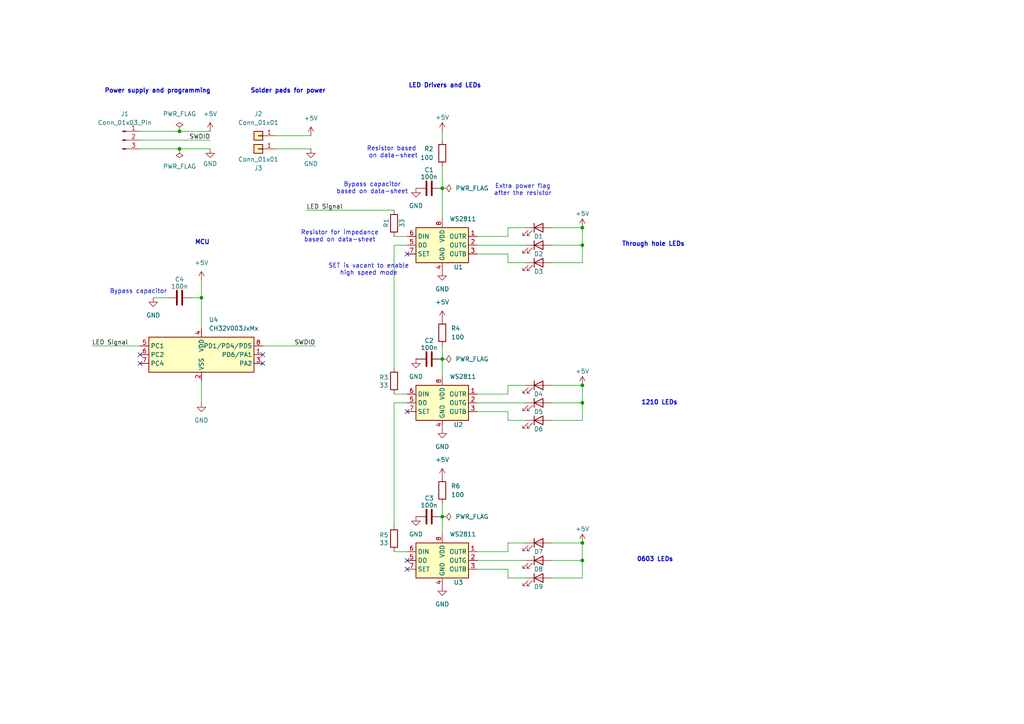
<source format=kicad_sch>
(kicad_sch (version 20250114) (generator "eeschema") (generator_version "9.0")
  (paper "A4")
  (lib_symbols
    (symbol "Connector:Conn_01x03_Pin" (pin_names (offset 1.016) (hide yes))
      (property "Reference" "J" (at 0 5.08 0))
      (property "Value" "Conn_01x03_Pin" (at 0 -5.08 0))
      (symbol "Conn_01x03_Pin_1_1"
        (rectangle (start 0.8636 2.667) (end 0 2.413) (stroke (width 0.1524)) (fill (type outline)))
        (rectangle (start 0.8636 0.127) (end 0 -0.127) (stroke (width 0.1524)) (fill (type outline)))
        (rectangle (start 0.8636 -2.413) (end 0 -2.667) (stroke (width 0.1524)) (fill (type outline)))
        (polyline (pts (xy 1.27 2.54) (xy 0.8636 2.54)) (stroke (width 0.1524)))
        (polyline (pts (xy 1.27 0) (xy 0.8636 0)) (stroke (width 0.1524)))
        (polyline (pts (xy 1.27 -2.54) (xy 0.8636 -2.54)) (stroke (width 0.1524)))
        (pin passive line (at 5.08 2.54 180) (length 3.81) (name "Pin_1") (number "1"))
        (pin passive line (at 5.08 0 180) (length 3.81) (name "Pin_2") (number "2"))
        (pin passive line (at 5.08 -2.54 180) (length 3.81) (name "Pin_3") (number "3"))
      )
    )
    (symbol "Connector_Generic:Conn_01x01" (pin_names (offset 1.016) (hide yes))
      (property "Reference" "J" (at 0 2.54 0))
      (property "Value" "Conn_01x01" (at 0 -2.54 0))
      (symbol "Conn_01x01_1_1"
        (rectangle (start -1.27 1.27) (end 1.27 -1.27) (stroke (width 0.254)) (fill (type background)))
        (rectangle (start -1.27 0.127) (end 0 -0.127) (stroke (width 0.1524)))
        (pin passive line (at -5.08 0 0) (length 3.81) (name "Pin_1") (number "1"))
      )
    )
    (symbol "Device:C" (pin_numbers (hide yes)) (pin_names (offset 0.254))
      (property "Reference" "C" (at 0.635 2.54 0))
      (property "Value" "C" (at 0.635 -2.54 0))
      (symbol "C_0_1"
        (polyline (pts (xy -2.032 0.762) (xy 2.032 0.762)) (stroke (width 0.508)))
        (polyline (pts (xy -2.032 -0.762) (xy 2.032 -0.762)) (stroke (width 0.508)))
      )
      (symbol "C_1_1"
        (pin passive line (at 0 3.81 270) (length 2.794) (name "~") (number "1"))
        (pin passive line (at 0 -3.81 90) (length 2.794) (name "~") (number "2"))
      )
    )
    (symbol "Device:LED" (pin_numbers (hide yes)) (pin_names (offset 1.016) (hide yes))
      (property "Reference" "D" (at 0 2.54 0))
      (property "Value" "LED" (at 0 -2.54 0))
      (symbol "LED_0_1"
        (polyline (pts (xy -3.048 -0.762) (xy -4.572 -2.286) (xy -3.81 -2.286) (xy -4.572 -2.286) (xy -4.572 -1.524)))
        (polyline (pts (xy -1.778 -0.762) (xy -3.302 -2.286) (xy -2.54 -2.286) (xy -3.302 -2.286) (xy -3.302 -1.524)))
        (polyline (pts (xy -1.27 0) (xy 1.27 0)))
        (polyline (pts (xy -1.27 -1.27) (xy -1.27 1.27)) (stroke (width 0.254)))
        (polyline (pts (xy 1.27 -1.27) (xy 1.27 1.27) (xy -1.27 0) (xy 1.27 -1.27)) (stroke (width 0.254)))
      )
      (symbol "LED_1_1"
        (pin passive line (at -3.81 0 0) (length 2.54) (name "K") (number "1"))
        (pin passive line (at 3.81 0 180) (length 2.54) (name "A") (number "2"))
      )
    )
    (symbol "Device:R" (pin_numbers (hide yes)) (pin_names (offset 0))
      (property "Reference" "R" (at 2.032 0 90))
      (property "Value" "R" (at 0 0 90))
      (symbol "R_0_1"
        (rectangle (start -1.016 -2.54) (end 1.016 2.54) (stroke (width 0.254)))
      )
      (symbol "R_1_1"
        (pin passive line (at 0 3.81 270) (length 1.27) (name "~") (number "1"))
        (pin passive line (at 0 -3.81 90) (length 1.27) (name "~") (number "2"))
      )
    )
    (symbol "Driver_LED:WS2811"
      (property "Reference" "U" (at -6.35 6.35 0))
      (property "Value" "WS2811" (at 5.08 6.35 0))
      (symbol "WS2811_0_1"
        (rectangle (start -7.62 5.08) (end 7.62 -5.08) (stroke (width 0.254)) (fill (type background)))
      )
      (symbol "WS2811_1_1"
        (pin input line (at -10.16 2.54 0) (length 2.54) (name "DIN") (number "6"))
        (pin output line (at -10.16 0 0) (length 2.54) (name "DO") (number "5"))
        (pin input line (at -10.16 -2.54 0) (length 2.54) (name "SET") (number "7"))
        (pin power_in line (at 0 7.62 270) (length 2.54) (name "VDD") (number "8"))
        (pin power_in line (at 0 -7.62 90) (length 2.54) (name "GND") (number "4"))
        (pin output line (at 10.16 2.54 180) (length 2.54) (name "OUTR") (number "1"))
        (pin output line (at 10.16 0 180) (length 2.54) (name "OUTG") (number "2"))
        (pin output line (at 10.16 -2.54 180) (length 2.54) (name "OUTB") (number "3"))
      )
    )
    (symbol "MCU_WCH_RiscV:CH32V003JxMx"
      (property "Reference" "U" (at -15.24 7.62 0))
      (property "Value" "CH32V003JxMx" (at 15.24 7.62 0))
      (symbol "CH32V003JxMx_1_1"
        (rectangle (start -15.24 5.08) (end 15.24 -5.08) (stroke (width 0.254)) (fill (type background)))
        (pin bidirectional line (at -17.78 2.54 0) (length 2.54) (name "PC1") (number "5"))
        (pin bidirectional line (at -17.78 0 0) (length 2.54) (name "PC2") (number "6"))
        (pin bidirectional line (at -17.78 -2.54 0) (length 2.54) (name "PC4") (number "7"))
        (pin power_in line (at 0 7.62 270) (length 2.54) (name "VDD") (number "4"))
        (pin power_in line (at 0 -7.62 90) (length 2.54) (name "VSS") (number "2"))
        (pin bidirectional line (at 17.78 2.54 180) (length 2.54) (name "PD1/PD4/PD5") (number "8"))
        (pin bidirectional line (at 17.78 0 180) (length 2.54) (name "PD6/PA1") (number "1"))
        (pin bidirectional line (at 17.78 -2.54 180) (length 2.54) (name "PA2") (number "3"))
      )
    )
    (symbol "power:+5V" (power) (pin_numbers (hide yes)) (pin_names (offset 0) (hide yes))
      (property "Value" "+5V" (at 0 3.556 0))
      (symbol "+5V_0_1"
        (polyline (pts (xy -0.762 1.27) (xy 0 2.54)))
        (polyline (pts (xy 0 2.54) (xy 0.762 1.27)))
        (polyline (pts (xy 0 0) (xy 0 2.54)))
      )
      (symbol "+5V_1_1"
        (pin power_in line (at 0 0 90) (length 0) (name "~") (number "1"))
      )
    )
    (symbol "power:GND" (power) (pin_numbers (hide yes)) (pin_names (offset 0) (hide yes))
      (property "Value" "GND" (at 0 -3.81 0))
      (symbol "GND_0_1"
        (polyline (pts (xy 0 0) (xy 0 -1.27) (xy 1.27 -1.27) (xy 0 -2.54) (xy -1.27 -1.27) (xy 0 -1.27)))
      )
      (symbol "GND_1_1"
        (pin power_in line (at 0 0 270) (length 0) (name "~") (number "1"))
      )
    )
    (symbol "power:PWR_FLAG" (power) (pin_numbers (hide yes)) (pin_names (offset 0) (hide yes))
      (property "Value" "PWR_FLAG" (at 0 3.81 0))
      (symbol "PWR_FLAG_0_0"
        (pin power_out line (at 0 0 90) (length 0) (name "~") (number "1"))
      )
      (symbol "PWR_FLAG_0_1"
        (polyline (pts (xy 0 0) (xy 0 1.27) (xy -1.016 1.905) (xy 0 2.54) (xy 1.016 1.905) (xy 0 1.27)))
      )
    )
  )
  (text "Bypass capacitor\nbased on data-sheet" (at 107.95 54.61 0) (effects (font (size 1.27 1.27))))
  (text "Resistor based \non data-sheet" (at 114.046 44.196 0) (effects (font (size 1.27 1.27))))
  (text "SET is vacant to enable\nhigh speed mode" (at 106.934 78.232 0) (effects (font (size 1.27 1.27))))
  (text "Bypass capacitor" (at 40.132 84.582 0) (effects (font (size 1.27 1.27))))
  (text "Through hole LEDs" (at 189.484 70.866 0) (effects (font (size 1.27 1.27) (thickness 0.254) (bold yes))))
  (text "MCU" (at 58.674 70.358 0) (effects (font (size 1.27 1.27) (thickness 0.254) (bold yes))))
  (text "Resistor for impedance\nbased on data-sheet" (at 98.552 68.58 0) (effects (font (size 1.27 1.27))))
  (text "Extra power flag\nafter the resistor" (at 151.638 55.118 0) (effects (font (size 1.27 1.27))))
  (text "LED Drivers and LEDs" (at 129.032 24.892 0) (effects (font (size 1.27 1.27) (thickness 0.254) (bold yes))))
  (text "Power supply and programming" (at 45.72 26.416 0) (effects (font (size 1.27 1.27) (thickness 0.254) (bold yes))))
  (text "Solder pads for power" (at 83.566 26.416 0) (effects (font (size 1.27 1.27) (thickness 0.254) (bold yes))))
  (text "1210 LEDs" (at 191.262 116.84 0) (effects (font (size 1.27 1.27) (thickness 0.254) (bold yes))))
  (text "0603 LEDs" (at 189.992 162.306 0) (effects (font (size 1.27 1.27) (thickness 0.254) (bold yes))))
  (junction (at 168.91 162.56))
  (junction (at 168.91 66.04))
  (junction (at 168.91 71.12))
  (junction (at 52.07 38.1))
  (junction (at 128.27 54.61))
  (junction (at 168.91 111.76))
  (junction (at 52.07 43.18))
  (junction (at 168.91 157.48))
  (junction (at 128.27 104.14))
  (junction (at 58.42 86.36))
  (junction (at 168.91 116.84))
  (junction (at 128.27 149.86))
  (no_connect (at 118.11 165.1))
  (no_connect (at 118.11 119.38))
  (no_connect (at 40.64 105.41))
  (no_connect (at 118.11 162.56))
  (no_connect (at 118.11 73.66))
  (no_connect (at 76.2 102.87))
  (no_connect (at 40.64 102.87))
  (no_connect (at 76.2 105.41))
  (wire (pts (xy 40.64 43.18) (xy 52.07 43.18)))
  (wire (pts (xy 114.3 160.02) (xy 118.11 160.02)))
  (wire (pts (xy 128.27 38.1) (xy 128.27 40.64)))
  (wire (pts (xy 58.42 81.28) (xy 58.42 86.36)))
  (wire (pts (xy 147.32 66.04) (xy 152.4 66.04)))
  (wire (pts (xy 147.32 121.92) (xy 147.32 119.38)))
  (wire (pts (xy 58.42 86.36) (xy 58.42 95.25)))
  (wire (pts (xy 160.02 121.92) (xy 168.91 121.92)))
  (wire (pts (xy 52.07 43.18) (xy 60.96 43.18)))
  (wire (pts (xy 160.02 66.04) (xy 168.91 66.04)))
  (wire (pts (xy 114.3 71.12) (xy 114.3 106.68)))
  (wire (pts (xy 168.91 66.04) (xy 168.91 71.12)))
  (wire (pts (xy 40.64 40.64) (xy 60.96 40.64)))
  (wire (pts (xy 52.07 38.1) (xy 60.96 38.1)))
  (wire (pts (xy 128.27 149.86) (xy 128.27 154.94)))
  (wire (pts (xy 80.01 39.37) (xy 90.17 39.37)))
  (wire (pts (xy 138.43 162.56) (xy 152.4 162.56)))
  (wire (pts (xy 44.45 86.36) (xy 48.26 86.36)))
  (wire (pts (xy 118.11 116.84) (xy 114.3 116.84)))
  (wire (pts (xy 168.91 157.48) (xy 168.91 162.56)))
  (wire (pts (xy 147.32 111.76) (xy 147.32 114.3)))
  (wire (pts (xy 147.32 167.64) (xy 152.4 167.64)))
  (wire (pts (xy 147.32 68.58) (xy 147.32 66.04)))
  (wire (pts (xy 160.02 116.84) (xy 168.91 116.84)))
  (wire (pts (xy 128.27 146.05) (xy 128.27 149.86)))
  (wire (pts (xy 160.02 167.64) (xy 168.91 167.64)))
  (wire (pts (xy 147.32 157.48) (xy 147.32 160.02)))
  (wire (pts (xy 138.43 165.1) (xy 147.32 165.1)))
  (wire (pts (xy 160.02 71.12) (xy 168.91 71.12)))
  (wire (pts (xy 138.43 160.02) (xy 147.32 160.02)))
  (wire (pts (xy 138.43 68.58) (xy 147.32 68.58)))
  (wire (pts (xy 58.42 110.49) (xy 58.42 116.84)))
  (wire (pts (xy 138.43 114.3) (xy 147.32 114.3)))
  (wire (pts (xy 147.32 157.48) (xy 152.4 157.48)))
  (wire (pts (xy 138.43 73.66) (xy 147.32 73.66)))
  (wire (pts (xy 168.91 111.76) (xy 168.91 116.84)))
  (wire (pts (xy 147.32 111.76) (xy 152.4 111.76)))
  (wire (pts (xy 128.27 54.61) (xy 128.27 63.5)))
  (wire (pts (xy 114.3 68.58) (xy 118.11 68.58)))
  (wire (pts (xy 168.91 71.12) (xy 168.91 76.2)))
  (wire (pts (xy 147.32 76.2) (xy 152.4 76.2)))
  (wire (pts (xy 168.91 162.56) (xy 168.91 167.64)))
  (wire (pts (xy 118.11 71.12) (xy 114.3 71.12)))
  (wire (pts (xy 160.02 157.48) (xy 168.91 157.48)))
  (wire (pts (xy 147.32 121.92) (xy 152.4 121.92)))
  (wire (pts (xy 76.2 100.33) (xy 91.44 100.33)))
  (wire (pts (xy 114.3 116.84) (xy 114.3 152.4)))
  (wire (pts (xy 55.88 86.36) (xy 58.42 86.36)))
  (wire (pts (xy 147.32 167.64) (xy 147.32 165.1)))
  (wire (pts (xy 114.3 114.3) (xy 118.11 114.3)))
  (wire (pts (xy 168.91 116.84) (xy 168.91 121.92)))
  (wire (pts (xy 80.01 43.18) (xy 90.17 43.18)))
  (wire (pts (xy 40.64 38.1) (xy 52.07 38.1)))
  (wire (pts (xy 138.43 71.12) (xy 152.4 71.12)))
  (wire (pts (xy 128.27 48.26) (xy 128.27 54.61)))
  (wire (pts (xy 160.02 76.2) (xy 168.91 76.2)))
  (wire (pts (xy 147.32 73.66) (xy 147.32 76.2)))
  (wire (pts (xy 26.67 100.33) (xy 40.64 100.33)))
  (wire (pts (xy 128.27 100.33) (xy 128.27 104.14)))
  (wire (pts (xy 160.02 111.76) (xy 168.91 111.76)))
  (wire (pts (xy 128.27 104.14) (xy 128.27 109.22)))
  (wire (pts (xy 160.02 162.56) (xy 168.91 162.56)))
  (wire (pts (xy 88.9 60.96) (xy 114.3 60.96)))
  (wire (pts (xy 138.43 116.84) (xy 152.4 116.84)))
  (wire (pts (xy 138.43 119.38) (xy 147.32 119.38)))
  (label "LED Signal" (at 88.9 60.96 0))
  (label "LED Signal" (at 26.67 100.33 0))
  (label "SWDIO" (at 60.96 40.64 180))
  (label "SWDIO" (at 91.44 100.33 180))
  (symbol (lib_id "Device:LED") (at 156.21 157.48 0) (unit 1)
    (property "Reference" "D7" (at 156.21 160.02 0))
    (property "Value" "LED" (effects (hide yes)))
    (property "Footprint" "LED_SMD:LED_0603_1608Metric_Pad1.05x0.95mm_HandSolder" (effects (hide yes)))
    (property "Description" "Light emitting diode" (effects (hide yes)))
    (property "Sim.Pins" "1=K 2=A" (effects (hide yes)))
  )
  (symbol (lib_id "MCU_WCH_RiscV:CH32V003JxMx") (at 58.42 102.87 0) (unit 1)
    (property "Reference" "U4" (at 60.5633 92.71 0) (effects (justify left)))
    (property "Value" "CH32V003JxMx" (at 60.5633 95.25 0) (effects (justify left)))
    (property "Footprint" "Package_SO:JEITA_SOIC-8_3.9x4.9mm_P1.27mm" (effects (hide yes)))
    (property "Datasheet" "https://www.wch-ic.com/products/CH32V003.html" (effects (hide yes)))
    (property "Description" "CH32V003 series are industrial-grade general-purpose microcontrollers designed based on 32-bit RISC-V instruction set and architecture. It adopts QingKe V2A core, RV32EC instruction set, and supports 2 levels of interrupt nesting. The series are mounted with rich peripheral interfaces and function modules. Its internal organizational structure meets the low-cost and low-power embedded application scenarios. JEITA SOIC-8 (SOP-8)" (effects (hide yes)))
  )
  (symbol (lib_id "Device:LED") (at 156.21 116.84 0) (unit 1)
    (property "Reference" "D5" (at 156.21 119.38 0))
    (property "Value" "LED" (effects (hide yes)))
    (property "Footprint" "LED_SMD:LED_1210_3225Metric_Pad1.42x2.65mm_HandSolder" (effects (hide yes)))
    (property "Description" "Light emitting diode" (effects (hide yes)))
    (property "Sim.Pins" "1=K 2=A" (effects (hide yes)))
  )
  (symbol (lib_id "power:GND") (at 120.65 149.86 0) (unit 1)
    (property "Reference" "#PWR05" (effects (hide yes)))
    (property "Value" "GND" (at 120.65 154.94 0))
    (property "Description" "Power symbol creates a global label with name \"GND\" , ground" (effects (hide yes)))
  )
  (symbol (lib_id "power:GND") (at 128.27 124.46 0) (unit 1)
    (property "Reference" "#PWR02" (effects (hide yes)))
    (property "Value" "GND" (at 128.27 129.54 0))
    (property "Description" "Power symbol creates a global label with name \"GND\" , ground" (effects (hide yes)))
  )
  (symbol (lib_id "Device:LED") (at 156.21 66.04 0) (unit 1)
    (property "Reference" "D1" (at 156.21 68.58 0))
    (property "Value" "LED" (effects (hide yes)))
    (property "Footprint" "LED_THT:LED_D5.0mm" (effects (hide yes)))
    (property "Description" "Light emitting diode" (effects (hide yes)))
    (property "Sim.Pins" "1=K 2=A" (effects (hide yes)))
  )
  (symbol (lib_id "Device:LED") (at 156.21 71.12 0) (unit 1)
    (property "Reference" "D2" (at 156.21 73.66 0))
    (property "Value" "LED" (effects (hide yes)))
    (property "Footprint" "LED_THT:LED_D5.0mm" (effects (hide yes)))
    (property "Description" "Light emitting diode" (effects (hide yes)))
    (property "Sim.Pins" "1=K 2=A" (effects (hide yes)))
  )
  (symbol (lib_id "Device:C") (at 124.46 54.61 90) (unit 1)
    (property "Reference" "C1" (at 124.46 49.276 90))
    (property "Value" "100n" (at 124.46 51.308 90))
    (property "Footprint" "Capacitor_SMD:C_1206_3216Metric_Pad1.33x1.80mm_HandSolder" (effects (hide yes)))
    (property "Description" "Unpolarized capacitor" (effects (hide yes)))
  )
  (symbol (lib_id "power:+5V") (at 60.96 38.1 0) (unit 1)
    (property "Reference" "#PWR016" (effects (hide yes)))
    (property "Value" "+5V" (at 60.96 33.02 0))
    (property "Description" "Power symbol creates a global label with name \"+5V\"" (effects (hide yes)))
  )
  (symbol (lib_id "power:PWR_FLAG") (at 128.27 54.61 270) (unit 1)
    (property "Reference" "#FLG03" (effects (hide yes)))
    (property "Value" "PWR_FLAG" (at 132.08 54.6099 90) (effects (justify left)))
    (property "Description" "Special symbol for telling ERC where power comes from" (effects (hide yes)))
  )
  (symbol (lib_id "Driver_LED:WS2811") (at 128.27 162.56 0) (unit 1)
    (property "Reference" "U3" (at 131.572 168.91 0) (effects (justify left)))
    (property "Value" "WS2811" (at 130.4133 154.94 0) (effects (justify left)))
    (property "Footprint" "Package_SO:SOIC-8_3.9x4.9mm_P1.27mm" (effects (hide yes)))
    (property "Datasheet" "https://cdn-shop.adafruit.com/datasheets/WS2811.pdf" (effects (hide yes)))
    (property "Description" "3-Channel 8-Bit PWM LED Driver, DIP-8/SOIC-8" (effects (hide yes)))
  )
  (symbol (lib_id "Connector_Generic:Conn_01x01") (at 74.93 43.18 180) (unit 1) (in_bom no)
    (property "Reference" "J3" (at 74.93 48.768 0))
    (property "Value" "Conn_01x01" (at 74.93 46.228 0))
    (property "Footprint" "TestPoint:TestPoint_Pad_2.5x2.5mm" (effects (hide yes)))
    (property "Description" "Generic connector, single row, 01x01, script generated (kicad-library-utils/schlib/autogen/connector/)" (effects (hide yes)))
  )
  (symbol (lib_id "power:+5V") (at 58.42 81.28 0) (unit 1)
    (property "Reference" "#PWR07" (effects (hide yes)))
    (property "Value" "+5V" (at 58.42 76.2 0))
    (property "Description" "Power symbol creates a global label with name \"+5V\"" (effects (hide yes)))
  )
  (symbol (lib_id "Device:R") (at 128.27 142.24 0) (unit 1)
    (property "Reference" "R6" (at 130.81 140.9699 0) (effects (justify left)))
    (property "Value" "100" (at 130.81 143.5099 0) (effects (justify left)))
    (property "Footprint" "Resistor_SMD:R_1206_3216Metric_Pad1.30x1.75mm_HandSolder" (effects (hide yes)))
    (property "Description" "Resistor" (effects (hide yes)))
  )
  (symbol (lib_id "power:GND") (at 128.27 170.18 0) (unit 1)
    (property "Reference" "#PWR014" (effects (hide yes)))
    (property "Value" "GND" (at 128.27 175.26 0))
    (property "Description" "Power symbol creates a global label with name \"GND\" , ground" (effects (hide yes)))
  )
  (symbol (lib_id "power:GND") (at 60.96 43.18 0) (unit 1)
    (property "Reference" "#PWR017" (effects (hide yes)))
    (property "Value" "GND" (at 60.96 47.498 0))
    (property "Description" "Power symbol creates a global label with name \"GND\" , ground" (effects (hide yes)))
  )
  (symbol (lib_id "Device:LED") (at 156.21 76.2 0) (unit 1)
    (property "Reference" "D3" (at 156.21 78.74 0))
    (property "Value" "LED" (effects (hide yes)))
    (property "Footprint" "LED_THT:LED_D5.0mm" (effects (hide yes)))
    (property "Description" "Light emitting diode" (effects (hide yes)))
    (property "Sim.Pins" "1=K 2=A" (effects (hide yes)))
  )
  (symbol (lib_id "power:+5V") (at 128.27 92.71 0) (unit 1)
    (property "Reference" "#PWR06" (effects (hide yes)))
    (property "Value" "+5V" (at 128.27 87.63 0))
    (property "Description" "Power symbol creates a global label with name \"+5V\"" (effects (hide yes)))
  )
  (symbol (lib_id "Device:LED") (at 156.21 111.76 0) (unit 1)
    (property "Reference" "D4" (at 156.21 114.3 0))
    (property "Value" "LED" (effects (hide yes)))
    (property "Footprint" "LED_SMD:LED_1210_3225Metric_Pad1.42x2.65mm_HandSolder" (effects (hide yes)))
    (property "Description" "Light emitting diode" (effects (hide yes)))
    (property "Sim.Pins" "1=K 2=A" (effects (hide yes)))
  )
  (symbol (lib_id "Driver_LED:WS2811") (at 128.27 71.12 0) (unit 1)
    (property "Reference" "U1" (at 131.572 77.47 0) (effects (justify left)))
    (property "Value" "WS2811" (at 130.4133 63.5 0) (effects (justify left)))
    (property "Footprint" "Package_SO:SOIC-8_3.9x4.9mm_P1.27mm" (effects (hide yes)))
    (property "Datasheet" "https://cdn-shop.adafruit.com/datasheets/WS2811.pdf" (effects (hide yes)))
    (property "Description" "3-Channel 8-Bit PWM LED Driver, DIP-8/SOIC-8" (effects (hide yes)))
  )
  (symbol (lib_id "power:GND") (at 58.42 116.84 0) (unit 1)
    (property "Reference" "#PWR08" (effects (hide yes)))
    (property "Value" "GND" (at 58.42 121.92 0))
    (property "Description" "Power symbol creates a global label with name \"GND\" , ground" (effects (hide yes)))
  )
  (symbol (lib_id "Device:C") (at 124.46 149.86 90) (unit 1)
    (property "Reference" "C3" (at 124.46 144.526 90))
    (property "Value" "100n" (at 124.46 146.558 90))
    (property "Footprint" "Capacitor_SMD:C_1206_3216Metric_Pad1.33x1.80mm_HandSolder" (effects (hide yes)))
    (property "Description" "Unpolarized capacitor" (effects (hide yes)))
  )
  (symbol (lib_id "power:+5V") (at 128.27 38.1 0) (unit 1)
    (property "Reference" "#PWR012" (effects (hide yes)))
    (property "Value" "+5V" (at 128.27 34.036 0))
    (property "Description" "Power symbol creates a global label with name \"+5V\"" (effects (hide yes)))
  )
  (symbol (lib_id "Device:C") (at 52.07 86.36 90) (unit 1)
    (property "Reference" "C4" (at 52.07 81.026 90))
    (property "Value" "100n" (at 52.07 83.058 90))
    (property "Footprint" "Capacitor_SMD:C_1206_3216Metric_Pad1.33x1.80mm_HandSolder" (effects (hide yes)))
    (property "Description" "Unpolarized capacitor" (effects (hide yes)))
  )
  (symbol (lib_id "power:GND") (at 120.65 54.61 0) (unit 1)
    (property "Reference" "#PWR011" (effects (hide yes)))
    (property "Value" "GND" (at 120.65 59.69 0))
    (property "Description" "Power symbol creates a global label with name \"GND\" , ground" (effects (hide yes)))
  )
  (symbol (lib_id "Connector:Conn_01x03_Pin") (at 35.56 40.64 0) (unit 1)
    (property "Reference" "J1" (at 36.195 33.02 0))
    (property "Value" "Conn_01x03_Pin" (at 36.195 35.56 0))
    (property "Footprint" "Connector_PinHeader_2.54mm:PinHeader_1x03_P2.54mm_Vertical_SMD_Pin1Left" (effects (hide yes)))
    (property "Description" "Generic connector, single row, 01x03, script generated" (effects (hide yes)))
  )
  (symbol (lib_id "power:+5V") (at 168.91 157.48 0) (unit 1)
    (property "Reference" "#PWR015" (effects (hide yes)))
    (property "Value" "+5V" (at 168.91 153.416 0))
    (property "Description" "Power symbol creates a global label with name \"+5V\"" (effects (hide yes)))
  )
  (symbol (lib_id "power:PWR_FLAG") (at 128.27 149.86 270) (unit 1)
    (property "Reference" "#FLG01" (effects (hide yes)))
    (property "Value" "PWR_FLAG" (at 132.08 149.8599 90) (effects (justify left)))
    (property "Description" "Special symbol for telling ERC where power comes from" (effects (hide yes)))
  )
  (symbol (lib_id "Device:R") (at 114.3 110.49 0) (unit 1)
    (property "Reference" "R3" (at 109.982 109.474 0) (effects (justify left)))
    (property "Value" "33" (at 109.982 111.76 0) (effects (justify left)))
    (property "Footprint" "Resistor_SMD:R_1206_3216Metric_Pad1.30x1.75mm_HandSolder" (effects (hide yes)))
    (property "Description" "Resistor" (effects (hide yes)))
  )
  (symbol (lib_id "Device:R") (at 128.27 44.45 0) (mirror y) (unit 1)
    (property "Reference" "R2" (at 125.73 43.1799 0) (effects (justify left)))
    (property "Value" "100" (at 125.73 45.7199 0) (effects (justify left)))
    (property "Footprint" "Resistor_SMD:R_1206_3216Metric_Pad1.30x1.75mm_HandSolder" (effects (hide yes)))
    (property "Description" "Resistor" (effects (hide yes)))
  )
  (symbol (lib_id "Device:LED") (at 156.21 167.64 0) (unit 1)
    (property "Reference" "D9" (at 156.21 170.18 0))
    (property "Value" "LED" (effects (hide yes)))
    (property "Footprint" "LED_SMD:LED_0603_1608Metric_Pad1.05x0.95mm_HandSolder" (effects (hide yes)))
    (property "Description" "Light emitting diode" (effects (hide yes)))
    (property "Sim.Pins" "1=K 2=A" (effects (hide yes)))
  )
  (symbol (lib_id "power:PWR_FLAG") (at 52.07 43.18 180) (unit 1)
    (property "Reference" "#FLG06" (effects (hide yes)))
    (property "Value" "PWR_FLAG" (at 52.07 48.26 0))
    (property "Description" "Special symbol for telling ERC where power comes from" (effects (hide yes)))
  )
  (symbol (lib_id "power:+5V") (at 128.27 138.43 0) (unit 1)
    (property "Reference" "#PWR013" (effects (hide yes)))
    (property "Value" "+5V" (at 128.27 133.35 0))
    (property "Description" "Power symbol creates a global label with name \"+5V\"" (effects (hide yes)))
  )
  (symbol (lib_id "Device:C") (at 124.46 104.14 90) (unit 1)
    (property "Reference" "C2" (at 124.46 98.806 90))
    (property "Value" "100n" (at 124.46 100.838 90))
    (property "Footprint" "Capacitor_SMD:C_1206_3216Metric_Pad1.33x1.80mm_HandSolder" (effects (hide yes)))
    (property "Description" "Unpolarized capacitor" (effects (hide yes)))
  )
  (symbol (lib_id "power:GND") (at 128.27 78.74 0) (unit 1)
    (property "Reference" "#PWR01" (effects (hide yes)))
    (property "Value" "GND" (at 128.27 83.82 0))
    (property "Description" "Power symbol creates a global label with name \"GND\" , ground" (effects (hide yes)))
  )
  (symbol (lib_id "Device:LED") (at 156.21 162.56 0) (unit 1)
    (property "Reference" "D8" (at 156.21 165.1 0))
    (property "Value" "LED" (effects (hide yes)))
    (property "Footprint" "LED_SMD:LED_0603_1608Metric_Pad1.05x0.95mm_HandSolder" (effects (hide yes)))
    (property "Description" "Light emitting diode" (effects (hide yes)))
    (property "Sim.Pins" "1=K 2=A" (effects (hide yes)))
  )
  (symbol (lib_id "Device:R") (at 128.27 96.52 0) (unit 1)
    (property "Reference" "R4" (at 130.81 95.2499 0) (effects (justify left)))
    (property "Value" "100" (at 130.81 97.7899 0) (effects (justify left)))
    (property "Footprint" "Resistor_SMD:R_1206_3216Metric_Pad1.30x1.75mm_HandSolder" (effects (hide yes)))
    (property "Description" "Resistor" (effects (hide yes)))
  )
  (symbol (lib_id "power:GND") (at 44.45 86.36 0) (unit 1)
    (property "Reference" "#PWR09" (effects (hide yes)))
    (property "Value" "GND" (at 44.45 91.44 0))
    (property "Description" "Power symbol creates a global label with name \"GND\" , ground" (effects (hide yes)))
  )
  (symbol (lib_id "Device:LED") (at 156.21 121.92 0) (unit 1)
    (property "Reference" "D6" (at 156.21 124.46 0))
    (property "Value" "LED" (effects (hide yes)))
    (property "Footprint" "LED_SMD:LED_1210_3225Metric_Pad1.42x2.65mm_HandSolder" (effects (hide yes)))
    (property "Description" "Light emitting diode" (effects (hide yes)))
    (property "Sim.Pins" "1=K 2=A" (effects (hide yes)))
  )
  (symbol (lib_id "Driver_LED:WS2811") (at 128.27 116.84 0) (unit 1)
    (property "Reference" "U2" (at 131.572 123.19 0) (effects (justify left)))
    (property "Value" "WS2811" (at 130.4133 109.22 0) (effects (justify left)))
    (property "Footprint" "Package_SO:SOIC-8_3.9x4.9mm_P1.27mm" (effects (hide yes)))
    (property "Datasheet" "https://cdn-shop.adafruit.com/datasheets/WS2811.pdf" (effects (hide yes)))
    (property "Description" "3-Channel 8-Bit PWM LED Driver, DIP-8/SOIC-8" (effects (hide yes)))
  )
  (symbol (lib_id "power:+5V") (at 168.91 111.76 0) (unit 1)
    (property "Reference" "#PWR03" (effects (hide yes)))
    (property "Value" "+5V" (at 168.91 107.696 0))
    (property "Description" "Power symbol creates a global label with name \"+5V\"" (effects (hide yes)))
  )
  (symbol (lib_id "Device:R") (at 114.3 156.21 0) (unit 1)
    (property "Reference" "R5" (at 109.982 155.194 0) (effects (justify left)))
    (property "Value" "33" (at 109.982 157.48 0) (effects (justify left)))
    (property "Footprint" "Resistor_SMD:R_1206_3216Metric_Pad1.30x1.75mm_HandSolder" (effects (hide yes)))
    (property "Description" "Resistor" (effects (hide yes)))
  )
  (symbol (lib_id "power:GND") (at 90.17 43.18 0) (unit 1)
    (property "Reference" "#PWR018" (effects (hide yes)))
    (property "Value" "GND" (at 90.17 47.498 0))
    (property "Description" "Power symbol creates a global label with name \"GND\" , ground" (effects (hide yes)))
  )
  (symbol (lib_id "power:GND") (at 120.65 104.14 0) (unit 1)
    (property "Reference" "#PWR010" (effects (hide yes)))
    (property "Value" "GND" (at 120.65 109.22 0))
    (property "Description" "Power symbol creates a global label with name \"GND\" , ground" (effects (hide yes)))
  )
  (symbol (lib_id "power:+5V") (at 168.91 66.04 0) (unit 1)
    (property "Reference" "#PWR04" (effects (hide yes)))
    (property "Value" "+5V" (at 168.91 61.976 0))
    (property "Description" "Power symbol creates a global label with name \"+5V\"" (effects (hide yes)))
  )
  (symbol (lib_id "Device:R") (at 114.3 64.77 0) (unit 1)
    (property "Reference" "R1" (at 112.014 66.04 90) (effects (justify left)))
    (property "Value" "33" (at 116.586 66.04 90) (effects (justify left)))
    (property "Footprint" "Resistor_SMD:R_1206_3216Metric_Pad1.30x1.75mm_HandSolder" (effects (hide yes)))
    (property "Description" "Resistor" (effects (hide yes)))
  )
  (symbol (lib_id "power:PWR_FLAG") (at 128.27 104.14 270) (unit 1)
    (property "Reference" "#FLG04" (effects (hide yes)))
    (property "Value" "PWR_FLAG" (at 132.08 104.1399 90) (effects (justify left)))
    (property "Description" "Special symbol for telling ERC where power comes from" (effects (hide yes)))
  )
  (symbol (lib_id "Connector_Generic:Conn_01x01") (at 74.93 39.37 180) (unit 1) (in_bom no)
    (property "Reference" "J2" (at 74.93 33.02 0))
    (property "Value" "Conn_01x01" (at 74.93 35.56 0))
    (property "Footprint" "TestPoint:TestPoint_Pad_2.5x2.5mm" (effects (hide yes)))
    (property "Description" "Generic connector, single row, 01x01, script generated (kicad-library-utils/schlib/autogen/connector/)" (effects (hide yes)))
  )
  (symbol (lib_id "power:+5V") (at 90.17 39.37 0) (unit 1)
    (property "Reference" "#PWR019" (effects (hide yes)))
    (property "Value" "+5V" (at 90.17 34.29 0))
    (property "Description" "Power symbol creates a global label with name \"+5V\"" (effects (hide yes)))
  )
  (symbol (lib_id "power:PWR_FLAG") (at 52.07 38.1 0) (unit 1)
    (property "Reference" "#FLG05" (effects (hide yes)))
    (property "Value" "PWR_FLAG" (at 52.07 33.02 0))
    (property "Description" "Special symbol for telling ERC where power comes from" (effects (hide yes)))
  )
)
</source>
